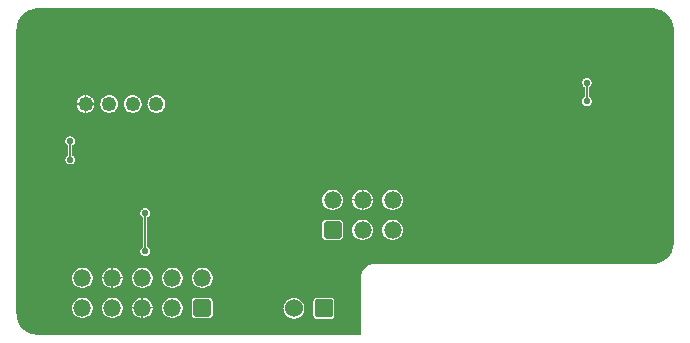
<source format=gbr>
%TF.GenerationSoftware,Altium Limited,Altium Designer,20.1.8 (145)*%
G04 Layer_Physical_Order=4*
G04 Layer_Color=16728128*
%FSLAX45Y45*%
%MOMM*%
%TF.SameCoordinates,FD79255C-762C-4566-ADEE-39C3475191BA*%
%TF.FilePolarity,Positive*%
%TF.FileFunction,Copper,L4,Bot,Signal*%
%TF.Part,Single*%
G01*
G75*
%TA.AperFunction,Conductor*%
%ADD25C,0.12700*%
%TA.AperFunction,ComponentPad*%
%ADD30C,1.50000*%
%ADD31C,1.25000*%
G04:AMPARAMS|DCode=32|XSize=1.5mm|YSize=1.45mm|CornerRadius=0.18125mm|HoleSize=0mm|Usage=FLASHONLY|Rotation=180.000|XOffset=0mm|YOffset=0mm|HoleType=Round|Shape=RoundedRectangle|*
%AMROUNDEDRECTD32*
21,1,1.50000,1.08750,0,0,180.0*
21,1,1.13750,1.45000,0,0,180.0*
1,1,0.36250,-0.56875,0.54375*
1,1,0.36250,0.56875,0.54375*
1,1,0.36250,0.56875,-0.54375*
1,1,0.36250,-0.56875,-0.54375*
%
%ADD32ROUNDEDRECTD32*%
%ADD33O,1.50000X1.45000*%
%TA.AperFunction,ViaPad*%
%ADD34C,3.60000*%
%TA.AperFunction,ComponentPad*%
%ADD35C,1.52400*%
G04:AMPARAMS|DCode=36|XSize=1.524mm|YSize=1.524mm|CornerRadius=0.1905mm|HoleSize=0mm|Usage=FLASHONLY|Rotation=180.000|XOffset=0mm|YOffset=0mm|HoleType=Round|Shape=RoundedRectangle|*
%AMROUNDEDRECTD36*
21,1,1.52400,1.14300,0,0,180.0*
21,1,1.14300,1.52400,0,0,180.0*
1,1,0.38100,-0.57150,0.57150*
1,1,0.38100,0.57150,0.57150*
1,1,0.38100,0.57150,-0.57150*
1,1,0.38100,-0.57150,-0.57150*
%
%ADD36ROUNDEDRECTD36*%
%TA.AperFunction,ViaPad*%
%ADD37C,0.56000*%
G36*
X200000Y2782065D02*
X5400001D01*
Y2782065D01*
X5417460Y2781291D01*
X5431639Y2779424D01*
X5447156Y2775984D01*
X5462315Y2771205D01*
X5476999Y2765122D01*
X5491097Y2757783D01*
X5504502Y2749243D01*
X5517112Y2739567D01*
X5528831Y2728829D01*
X5539569Y2717111D01*
X5549244Y2704501D01*
X5557784Y2691096D01*
X5565123Y2676998D01*
X5571206Y2662313D01*
X5575986Y2647155D01*
X5579426Y2631637D01*
X5581500Y2615879D01*
X5582162Y2600724D01*
X5582067Y2600000D01*
Y800000D01*
X5582162Y799276D01*
X5581500Y784121D01*
X5579426Y768363D01*
X5575986Y752845D01*
X5571206Y737686D01*
X5565123Y723002D01*
X5557784Y708903D01*
X5549244Y695498D01*
X5539568Y682888D01*
X5528830Y671170D01*
X5517112Y660432D01*
X5504502Y650756D01*
X5491097Y642216D01*
X5476998Y634877D01*
X5462314Y628794D01*
X5447155Y624015D01*
X5431638Y620575D01*
X5415879Y618500D01*
X5400725Y617838D01*
X5400000Y617934D01*
X3068580Y617933D01*
X3050800Y617966D01*
X3037592Y617225D01*
X3033595Y616545D01*
X3024550Y615008D01*
X3011838Y611346D01*
X2999617Y606284D01*
X2988038Y599885D01*
X2977250Y592230D01*
X2967386Y583415D01*
X2958571Y573551D01*
X2950916Y562762D01*
X2944517Y551184D01*
X2939454Y538962D01*
X2935792Y526250D01*
X2934255Y517206D01*
X2933575Y513209D01*
X2932834Y500000D01*
X2932867D01*
Y17933D01*
X200000D01*
X199276Y17838D01*
X184121Y18500D01*
X168363Y20574D01*
X152845Y24014D01*
X137686Y28794D01*
X123002Y34876D01*
X108903Y42216D01*
X95498Y50756D01*
X82888Y60432D01*
X71170Y71170D01*
X60432Y82888D01*
X50756Y95498D01*
X42216Y108903D01*
X34876Y123002D01*
X28794Y137686D01*
X24014Y152845D01*
X20574Y168363D01*
X18500Y184121D01*
X17846Y199100D01*
X17934Y199769D01*
X17933Y2600000D01*
X17838Y2600724D01*
X18500Y2615878D01*
X20574Y2631636D01*
X24014Y2647154D01*
X28794Y2662312D01*
X34876Y2676997D01*
X42216Y2691095D01*
X50756Y2704501D01*
X60432Y2717110D01*
X71170Y2728829D01*
X82888Y2739567D01*
X95498Y2749243D01*
X108903Y2757783D01*
X123002Y2765122D01*
X137686Y2771205D01*
X152845Y2775984D01*
X168363Y2779424D01*
X184121Y2781499D01*
X199276Y2782161D01*
X200000Y2782065D01*
D02*
G37*
%LPC*%
G36*
X608990Y2048525D02*
Y1979930D01*
X677585D01*
X677357Y1983417D01*
X675433Y1993085D01*
X672265Y2002419D01*
X667905Y2011261D01*
X662428Y2019457D01*
X655928Y2026868D01*
X648517Y2033368D01*
X640321Y2038845D01*
X631479Y2043205D01*
X622145Y2046373D01*
X612477Y2048297D01*
X608990Y2048525D01*
D02*
G37*
G36*
X596290D02*
X592803Y2048297D01*
X583135Y2046373D01*
X573800Y2043205D01*
X564959Y2038845D01*
X556763Y2033368D01*
X549351Y2026868D01*
X542852Y2019457D01*
X537375Y2011261D01*
X533015Y2002419D01*
X529847Y1993085D01*
X527923Y1983417D01*
X527695Y1979930D01*
X596290D01*
Y2048525D01*
D02*
G37*
G36*
X4847818Y2194817D02*
X4839839Y2194031D01*
X4832167Y2191704D01*
X4825097Y2187925D01*
X4818899Y2182838D01*
X4813813Y2176641D01*
X4810034Y2169570D01*
X4807707Y2161899D01*
X4806921Y2153920D01*
X4807707Y2145941D01*
X4810034Y2138270D01*
X4813813Y2131199D01*
X4818899Y2125002D01*
X4825097Y2119915D01*
X4828603Y2118041D01*
Y2032319D01*
X4825097Y2030445D01*
X4818899Y2025358D01*
X4813813Y2019161D01*
X4810034Y2012090D01*
X4807707Y2004419D01*
X4806921Y1996440D01*
X4807707Y1988461D01*
X4810034Y1980790D01*
X4813813Y1973719D01*
X4818899Y1967522D01*
X4825097Y1962435D01*
X4832167Y1958656D01*
X4839839Y1956329D01*
X4847818Y1955543D01*
X4855796Y1956329D01*
X4863468Y1958656D01*
X4870539Y1962435D01*
X4876736Y1967522D01*
X4881822Y1973719D01*
X4885601Y1980790D01*
X4887929Y1988461D01*
X4888714Y1996440D01*
X4887929Y2004419D01*
X4885601Y2012090D01*
X4881822Y2019161D01*
X4876736Y2025358D01*
X4870539Y2030445D01*
X4867032Y2032319D01*
Y2118041D01*
X4870539Y2119915D01*
X4876736Y2125002D01*
X4881822Y2131199D01*
X4885601Y2138270D01*
X4887929Y2145941D01*
X4888714Y2153920D01*
X4887929Y2161899D01*
X4885601Y2169570D01*
X4881822Y2176641D01*
X4876736Y2182838D01*
X4870539Y2187925D01*
X4863468Y2191704D01*
X4855796Y2194031D01*
X4847818Y2194817D01*
D02*
G37*
G36*
X677585Y1967230D02*
X608990D01*
Y1898635D01*
X612477Y1898863D01*
X622145Y1900787D01*
X631479Y1903955D01*
X640321Y1908315D01*
X648517Y1913792D01*
X655928Y1920292D01*
X662428Y1927703D01*
X667905Y1935899D01*
X672265Y1944741D01*
X675433Y1954075D01*
X677357Y1963743D01*
X677585Y1967230D01*
D02*
G37*
G36*
X596290D02*
X527695D01*
X527923Y1963743D01*
X529847Y1954075D01*
X533015Y1944741D01*
X537375Y1935899D01*
X542852Y1927703D01*
X549351Y1920292D01*
X556763Y1913792D01*
X564959Y1908315D01*
X573800Y1903955D01*
X583135Y1900787D01*
X592803Y1898863D01*
X596290Y1898635D01*
Y1967230D01*
D02*
G37*
G36*
X1202640Y2048941D02*
X1192803Y2048297D01*
X1183135Y2046373D01*
X1173801Y2043205D01*
X1164959Y2038845D01*
X1156763Y2033368D01*
X1149352Y2026868D01*
X1142852Y2019457D01*
X1137375Y2011261D01*
X1133015Y2002419D01*
X1129847Y1993085D01*
X1127923Y1983417D01*
X1127279Y1973580D01*
X1127923Y1963743D01*
X1129847Y1954075D01*
X1133015Y1944741D01*
X1137375Y1935899D01*
X1142852Y1927703D01*
X1149352Y1920292D01*
X1156763Y1913792D01*
X1164959Y1908315D01*
X1173801Y1903955D01*
X1183135Y1900787D01*
X1192803Y1898863D01*
X1202640Y1898219D01*
X1212477Y1898863D01*
X1222145Y1900787D01*
X1231479Y1903955D01*
X1240321Y1908315D01*
X1248517Y1913792D01*
X1255928Y1920292D01*
X1262428Y1927703D01*
X1267905Y1935899D01*
X1272265Y1944741D01*
X1275433Y1954075D01*
X1277357Y1963743D01*
X1278001Y1973580D01*
X1277357Y1983417D01*
X1275433Y1993085D01*
X1272265Y2002419D01*
X1267905Y2011261D01*
X1262428Y2019457D01*
X1255928Y2026868D01*
X1248517Y2033368D01*
X1240321Y2038845D01*
X1231479Y2043205D01*
X1222145Y2046373D01*
X1212477Y2048297D01*
X1202640Y2048941D01*
D02*
G37*
G36*
X1002640D02*
X992803Y2048297D01*
X983135Y2046373D01*
X973800Y2043205D01*
X964959Y2038845D01*
X956763Y2033368D01*
X949351Y2026868D01*
X942852Y2019457D01*
X937375Y2011261D01*
X933015Y2002419D01*
X929847Y1993085D01*
X927923Y1983417D01*
X927279Y1973580D01*
X927923Y1963743D01*
X929847Y1954075D01*
X933015Y1944741D01*
X937375Y1935899D01*
X942852Y1927703D01*
X949351Y1920292D01*
X956763Y1913792D01*
X964959Y1908315D01*
X973800Y1903955D01*
X983135Y1900787D01*
X992803Y1898863D01*
X1002640Y1898219D01*
X1012477Y1898863D01*
X1022145Y1900787D01*
X1031479Y1903955D01*
X1040320Y1908315D01*
X1048517Y1913792D01*
X1055928Y1920292D01*
X1062428Y1927703D01*
X1067905Y1935899D01*
X1072265Y1944741D01*
X1075433Y1954075D01*
X1077356Y1963743D01*
X1078001Y1973580D01*
X1077356Y1983417D01*
X1075433Y1993085D01*
X1072265Y2002419D01*
X1067905Y2011261D01*
X1062428Y2019457D01*
X1055928Y2026868D01*
X1048517Y2033368D01*
X1040320Y2038845D01*
X1031479Y2043205D01*
X1022145Y2046373D01*
X1012477Y2048297D01*
X1002640Y2048941D01*
D02*
G37*
G36*
X802640D02*
X792803Y2048297D01*
X783135Y2046373D01*
X773801Y2043205D01*
X764959Y2038845D01*
X756763Y2033368D01*
X749352Y2026868D01*
X742852Y2019457D01*
X737375Y2011261D01*
X733015Y2002419D01*
X729847Y1993085D01*
X727923Y1983417D01*
X727279Y1973580D01*
X727923Y1963743D01*
X729847Y1954075D01*
X733015Y1944741D01*
X737375Y1935899D01*
X742852Y1927703D01*
X749352Y1920292D01*
X756763Y1913792D01*
X764959Y1908315D01*
X773801Y1903955D01*
X783135Y1900787D01*
X792803Y1898863D01*
X802640Y1898219D01*
X812477Y1898863D01*
X822145Y1900787D01*
X831479Y1903955D01*
X840321Y1908315D01*
X848517Y1913792D01*
X855928Y1920292D01*
X862428Y1927703D01*
X867905Y1935899D01*
X872265Y1944741D01*
X875433Y1954075D01*
X877357Y1963743D01*
X878001Y1973580D01*
X877357Y1983417D01*
X875433Y1993085D01*
X872265Y2002419D01*
X867905Y2011261D01*
X862428Y2019457D01*
X855928Y2026868D01*
X848517Y2033368D01*
X840321Y2038845D01*
X831479Y2043205D01*
X822145Y2046373D01*
X812477Y2048297D01*
X802640Y2048941D01*
D02*
G37*
G36*
X472782Y1699517D02*
X464804Y1698731D01*
X457132Y1696404D01*
X450061Y1692625D01*
X443864Y1687538D01*
X438778Y1681341D01*
X434999Y1674270D01*
X432671Y1666599D01*
X431886Y1658620D01*
X432671Y1650641D01*
X434999Y1642970D01*
X438778Y1635899D01*
X443864Y1629702D01*
X450061Y1624615D01*
X453568Y1622741D01*
Y1537019D01*
X450061Y1535145D01*
X443864Y1530058D01*
X438778Y1523861D01*
X434999Y1516790D01*
X432671Y1509119D01*
X431886Y1501140D01*
X432671Y1493161D01*
X434999Y1485490D01*
X438778Y1478419D01*
X443864Y1472222D01*
X450061Y1467135D01*
X457132Y1463356D01*
X464804Y1461029D01*
X472782Y1460243D01*
X480761Y1461029D01*
X488433Y1463356D01*
X495503Y1467135D01*
X501701Y1472222D01*
X506787Y1478419D01*
X510566Y1485490D01*
X512893Y1493161D01*
X513679Y1501140D01*
X512893Y1509119D01*
X510566Y1516790D01*
X506787Y1523861D01*
X501701Y1530058D01*
X495503Y1535145D01*
X491997Y1537019D01*
Y1622741D01*
X495503Y1624615D01*
X501701Y1629702D01*
X506787Y1635899D01*
X510566Y1642970D01*
X512893Y1650641D01*
X513679Y1658620D01*
X512893Y1666599D01*
X510566Y1674270D01*
X506787Y1681341D01*
X501701Y1687538D01*
X495503Y1692625D01*
X488433Y1696404D01*
X480761Y1698731D01*
X472782Y1699517D01*
D02*
G37*
G36*
X2954149Y1247448D02*
Y1168667D01*
X3035265D01*
X3034951Y1173462D01*
X3032772Y1184416D01*
X3029182Y1194992D01*
X3024242Y1205009D01*
X3018037Y1214295D01*
X3010673Y1222692D01*
X3002276Y1230056D01*
X2992990Y1236261D01*
X2982973Y1241201D01*
X2972397Y1244791D01*
X2961443Y1246970D01*
X2954149Y1247448D01*
D02*
G37*
G36*
X2941449D02*
X2934154Y1246970D01*
X2923200Y1244791D01*
X2912624Y1241201D01*
X2902607Y1236261D01*
X2893321Y1230056D01*
X2884924Y1222692D01*
X2877560Y1214295D01*
X2871355Y1205009D01*
X2866415Y1194992D01*
X2862825Y1184416D01*
X2860647Y1173462D01*
X2860332Y1168667D01*
X2941449D01*
Y1247448D01*
D02*
G37*
G36*
X3035265Y1155967D02*
X2954149D01*
Y1077187D01*
X2961443Y1077665D01*
X2972397Y1079844D01*
X2982973Y1083434D01*
X2992990Y1088373D01*
X3002276Y1094578D01*
X3010673Y1101942D01*
X3018037Y1110339D01*
X3024242Y1119626D01*
X3029182Y1129643D01*
X3032772Y1140218D01*
X3034951Y1151172D01*
X3035265Y1155967D01*
D02*
G37*
G36*
X2941449D02*
X2860332D01*
X2860647Y1151172D01*
X2862825Y1140218D01*
X2866415Y1129643D01*
X2871355Y1119626D01*
X2877560Y1110339D01*
X2884924Y1101942D01*
X2893321Y1094578D01*
X2902607Y1088373D01*
X2912624Y1083434D01*
X2923200Y1079844D01*
X2934154Y1077665D01*
X2941449Y1077187D01*
Y1155967D01*
D02*
G37*
G36*
X3204299Y1247700D02*
X3199299D01*
X3188154Y1246970D01*
X3177200Y1244791D01*
X3166624Y1241201D01*
X3156607Y1236261D01*
X3147321Y1230056D01*
X3138924Y1222692D01*
X3131560Y1214295D01*
X3125355Y1205009D01*
X3120415Y1194992D01*
X3116825Y1184416D01*
X3114647Y1173462D01*
X3113916Y1162317D01*
X3114647Y1151173D01*
X3116825Y1140219D01*
X3120415Y1129643D01*
X3125355Y1119626D01*
X3131560Y1110340D01*
X3138924Y1101943D01*
X3147321Y1094579D01*
X3156607Y1088374D01*
X3166624Y1083434D01*
X3177200Y1079844D01*
X3188154Y1077665D01*
X3199299Y1076935D01*
X3204299D01*
X3215443Y1077665D01*
X3226397Y1079844D01*
X3236973Y1083434D01*
X3246990Y1088374D01*
X3256276Y1094579D01*
X3264673Y1101943D01*
X3272037Y1110340D01*
X3278242Y1119626D01*
X3283182Y1129643D01*
X3286772Y1140219D01*
X3288951Y1151173D01*
X3289682Y1162317D01*
X3288951Y1173462D01*
X3286772Y1184416D01*
X3283182Y1194992D01*
X3278242Y1205009D01*
X3272037Y1214295D01*
X3264673Y1222692D01*
X3256276Y1230056D01*
X3246990Y1236261D01*
X3236973Y1241201D01*
X3226397Y1244791D01*
X3215443Y1246970D01*
X3204299Y1247700D01*
D02*
G37*
G36*
X2696299D02*
X2691299D01*
X2680154Y1246970D01*
X2669200Y1244791D01*
X2658624Y1241201D01*
X2648607Y1236261D01*
X2639321Y1230056D01*
X2630924Y1222692D01*
X2623560Y1214295D01*
X2617355Y1205009D01*
X2612415Y1194992D01*
X2608825Y1184416D01*
X2606647Y1173462D01*
X2605916Y1162317D01*
X2606647Y1151173D01*
X2608825Y1140219D01*
X2612415Y1129643D01*
X2617355Y1119626D01*
X2623560Y1110340D01*
X2630924Y1101943D01*
X2639321Y1094579D01*
X2648607Y1088374D01*
X2658624Y1083434D01*
X2669200Y1079844D01*
X2680154Y1077665D01*
X2691299Y1076935D01*
X2696299D01*
X2707443Y1077665D01*
X2718397Y1079844D01*
X2728973Y1083434D01*
X2738990Y1088374D01*
X2748276Y1094579D01*
X2756673Y1101943D01*
X2764037Y1110340D01*
X2770242Y1119626D01*
X2775182Y1129643D01*
X2778772Y1140219D01*
X2780951Y1151173D01*
X2781682Y1162317D01*
X2780951Y1173462D01*
X2778772Y1184416D01*
X2775182Y1194992D01*
X2770242Y1205009D01*
X2764037Y1214295D01*
X2756673Y1222692D01*
X2748276Y1230056D01*
X2738990Y1236261D01*
X2728973Y1241201D01*
X2718397Y1244791D01*
X2707443Y1246970D01*
X2696299Y1247700D01*
D02*
G37*
G36*
X2750674Y993667D02*
X2636924D01*
X2630881Y993071D01*
X2625071Y991309D01*
X2619716Y988447D01*
X2615022Y984594D01*
X2611170Y979901D01*
X2608308Y974546D01*
X2606545Y968735D01*
X2605950Y962693D01*
Y853942D01*
X2606545Y847900D01*
X2608308Y842089D01*
X2611170Y836734D01*
X2615022Y832041D01*
X2619716Y828188D01*
X2625071Y825326D01*
X2630881Y823564D01*
X2636924Y822968D01*
X2750674D01*
X2756716Y823564D01*
X2762527Y825326D01*
X2767882Y828188D01*
X2772576Y832041D01*
X2776428Y836734D01*
X2779290Y842089D01*
X2781053Y847900D01*
X2781648Y853942D01*
Y962693D01*
X2781053Y968735D01*
X2779290Y974546D01*
X2776428Y979901D01*
X2772576Y984594D01*
X2767882Y988447D01*
X2762527Y991309D01*
X2756716Y993071D01*
X2750674Y993667D01*
D02*
G37*
G36*
X2950299Y993701D02*
X2945299D01*
X2934154Y992970D01*
X2923200Y990791D01*
X2912624Y987201D01*
X2902607Y982261D01*
X2893321Y976056D01*
X2884924Y968693D01*
X2877560Y960296D01*
X2871355Y951009D01*
X2866415Y940992D01*
X2862825Y930416D01*
X2860647Y919462D01*
X2859916Y908318D01*
X2860647Y897173D01*
X2862825Y886219D01*
X2866415Y875643D01*
X2871355Y865626D01*
X2877560Y856340D01*
X2884924Y847943D01*
X2893321Y840579D01*
X2902607Y834374D01*
X2912624Y829434D01*
X2923200Y825844D01*
X2934154Y823665D01*
X2945299Y822935D01*
X2950299D01*
X2961443Y823665D01*
X2972397Y825844D01*
X2982973Y829434D01*
X2992990Y834374D01*
X3002276Y840579D01*
X3010673Y847943D01*
X3018037Y856340D01*
X3024242Y865626D01*
X3029182Y875643D01*
X3032772Y886219D01*
X3034951Y897173D01*
X3035682Y908318D01*
X3034951Y919462D01*
X3032772Y930416D01*
X3029182Y940992D01*
X3024242Y951009D01*
X3018037Y960296D01*
X3010673Y968693D01*
X3002276Y976056D01*
X2992990Y982261D01*
X2982973Y987201D01*
X2972397Y990791D01*
X2961443Y992970D01*
X2950299Y993701D01*
D02*
G37*
G36*
X3204299Y993700D02*
X3199299D01*
X3188154Y992970D01*
X3177200Y990791D01*
X3166624Y987201D01*
X3156607Y982261D01*
X3147321Y976056D01*
X3138924Y968692D01*
X3131560Y960295D01*
X3125355Y951009D01*
X3120415Y940992D01*
X3116825Y930416D01*
X3114647Y919462D01*
X3113916Y908317D01*
X3114647Y897173D01*
X3116825Y886219D01*
X3120415Y875643D01*
X3125355Y865626D01*
X3131560Y856340D01*
X3138924Y847943D01*
X3147321Y840579D01*
X3156607Y834374D01*
X3166624Y829434D01*
X3177200Y825844D01*
X3188154Y823665D01*
X3199299Y822935D01*
X3204299D01*
X3215443Y823665D01*
X3226397Y825844D01*
X3236973Y829434D01*
X3246990Y834374D01*
X3256276Y840579D01*
X3264673Y847943D01*
X3272037Y856340D01*
X3278242Y865626D01*
X3283182Y875643D01*
X3286772Y886219D01*
X3288951Y897173D01*
X3289682Y908317D01*
X3288951Y919462D01*
X3286772Y930416D01*
X3283182Y940992D01*
X3278242Y951009D01*
X3272037Y960295D01*
X3264673Y968692D01*
X3256276Y976056D01*
X3246990Y982261D01*
X3236973Y987201D01*
X3226397Y990791D01*
X3215443Y992970D01*
X3204299Y993700D01*
D02*
G37*
G36*
X1108204Y1090803D02*
X1100226Y1090017D01*
X1092554Y1087690D01*
X1085483Y1083910D01*
X1079286Y1078824D01*
X1074200Y1072627D01*
X1070421Y1065556D01*
X1068093Y1057885D01*
X1067307Y1049906D01*
X1068093Y1041927D01*
X1070421Y1034255D01*
X1074200Y1027185D01*
X1079286Y1020988D01*
X1085483Y1015901D01*
X1088990Y1014027D01*
Y761654D01*
X1085483Y759779D01*
X1079286Y754693D01*
X1074200Y748496D01*
X1070421Y741425D01*
X1068093Y733753D01*
X1067307Y725775D01*
X1068093Y717796D01*
X1070421Y710124D01*
X1074200Y703053D01*
X1079286Y696856D01*
X1085483Y691770D01*
X1092554Y687991D01*
X1100226Y685664D01*
X1108204Y684878D01*
X1116183Y685664D01*
X1123855Y687991D01*
X1130925Y691770D01*
X1137123Y696856D01*
X1142209Y703053D01*
X1145988Y710124D01*
X1148315Y717796D01*
X1149101Y725775D01*
X1148315Y733753D01*
X1145988Y741425D01*
X1142209Y748496D01*
X1137123Y754693D01*
X1130925Y759779D01*
X1127419Y761653D01*
Y1014027D01*
X1130925Y1015901D01*
X1137123Y1020988D01*
X1142209Y1027185D01*
X1145988Y1034255D01*
X1148315Y1041927D01*
X1149101Y1049906D01*
X1148315Y1057885D01*
X1145988Y1065556D01*
X1142209Y1072627D01*
X1137123Y1078824D01*
X1130925Y1083910D01*
X1123855Y1087690D01*
X1116183Y1090017D01*
X1108204Y1090803D01*
D02*
G37*
G36*
X835154Y586590D02*
Y507810D01*
X916271D01*
X915957Y512605D01*
X913778Y523559D01*
X910188Y534135D01*
X905248Y544151D01*
X899043Y553438D01*
X891679Y561835D01*
X883282Y569199D01*
X873996Y575404D01*
X863979Y580344D01*
X853403Y583934D01*
X842449Y586112D01*
X835154Y586590D01*
D02*
G37*
G36*
X822454D02*
X815160Y586112D01*
X804206Y583934D01*
X793630Y580344D01*
X783613Y575404D01*
X774327Y569199D01*
X765930Y561835D01*
X758566Y553438D01*
X752361Y544151D01*
X747421Y534135D01*
X743831Y523559D01*
X741652Y512605D01*
X741338Y507810D01*
X822454D01*
Y586590D01*
D02*
G37*
G36*
X916271Y495110D02*
X835154D01*
Y416330D01*
X842449Y416808D01*
X853403Y418986D01*
X863979Y422576D01*
X873996Y427516D01*
X883282Y433721D01*
X891679Y441085D01*
X899043Y449482D01*
X905248Y458769D01*
X910188Y468785D01*
X913778Y479361D01*
X915957Y490315D01*
X916271Y495110D01*
D02*
G37*
G36*
X822454D02*
X741338D01*
X741652Y490315D01*
X743831Y479361D01*
X747421Y468785D01*
X752361Y458769D01*
X758566Y449482D01*
X765930Y441085D01*
X774327Y433721D01*
X783613Y427516D01*
X793630Y422576D01*
X804206Y418986D01*
X815160Y416808D01*
X822454Y416330D01*
Y495110D01*
D02*
G37*
G36*
X1593304Y586843D02*
X1588304D01*
X1577160Y586112D01*
X1566206Y583934D01*
X1555630Y580344D01*
X1545613Y575404D01*
X1536327Y569199D01*
X1527930Y561835D01*
X1520566Y553438D01*
X1514361Y544151D01*
X1509421Y534135D01*
X1505831Y523559D01*
X1503652Y512605D01*
X1502922Y501460D01*
X1503652Y490315D01*
X1505831Y479361D01*
X1509421Y468785D01*
X1514361Y458769D01*
X1520566Y449482D01*
X1527930Y441085D01*
X1536327Y433721D01*
X1545613Y427516D01*
X1555630Y422576D01*
X1566206Y418986D01*
X1577160Y416808D01*
X1588304Y416077D01*
X1593304D01*
X1604449Y416808D01*
X1615403Y418986D01*
X1625979Y422576D01*
X1635996Y427516D01*
X1645282Y433721D01*
X1653679Y441085D01*
X1661043Y449482D01*
X1667248Y458769D01*
X1672188Y468785D01*
X1675778Y479361D01*
X1677957Y490315D01*
X1678687Y501460D01*
X1677957Y512605D01*
X1675778Y523559D01*
X1672188Y534135D01*
X1667248Y544151D01*
X1661043Y553438D01*
X1653679Y561835D01*
X1645282Y569199D01*
X1635996Y575404D01*
X1625979Y580344D01*
X1615403Y583934D01*
X1604449Y586112D01*
X1593304Y586843D01*
D02*
G37*
G36*
X1339304D02*
X1334304D01*
X1323160Y586112D01*
X1312206Y583934D01*
X1301630Y580344D01*
X1291613Y575404D01*
X1282327Y569199D01*
X1273930Y561835D01*
X1266566Y553438D01*
X1260361Y544151D01*
X1255421Y534135D01*
X1251831Y523559D01*
X1249652Y512605D01*
X1248922Y501460D01*
X1249652Y490315D01*
X1251831Y479361D01*
X1255421Y468785D01*
X1260361Y458769D01*
X1266566Y449482D01*
X1273930Y441085D01*
X1282327Y433721D01*
X1291613Y427516D01*
X1301630Y422576D01*
X1312206Y418986D01*
X1323160Y416808D01*
X1334304Y416077D01*
X1339304D01*
X1350449Y416808D01*
X1361403Y418986D01*
X1371979Y422576D01*
X1381996Y427516D01*
X1391282Y433721D01*
X1399679Y441085D01*
X1407043Y449482D01*
X1413248Y458769D01*
X1418188Y468785D01*
X1421778Y479361D01*
X1423957Y490315D01*
X1424687Y501460D01*
X1423957Y512605D01*
X1421778Y523559D01*
X1418188Y534135D01*
X1413248Y544151D01*
X1407043Y553438D01*
X1399679Y561835D01*
X1391282Y569199D01*
X1381996Y575404D01*
X1371979Y580344D01*
X1361403Y583934D01*
X1350449Y586112D01*
X1339304Y586843D01*
D02*
G37*
G36*
X1085304D02*
X1080304D01*
X1069160Y586112D01*
X1058206Y583934D01*
X1047630Y580344D01*
X1037613Y575404D01*
X1028327Y569199D01*
X1019930Y561835D01*
X1012566Y553438D01*
X1006361Y544151D01*
X1001421Y534135D01*
X997831Y523559D01*
X995652Y512605D01*
X994922Y501460D01*
X995652Y490315D01*
X997831Y479361D01*
X1001421Y468785D01*
X1006361Y458769D01*
X1012566Y449482D01*
X1019930Y441085D01*
X1028327Y433721D01*
X1037613Y427516D01*
X1047630Y422576D01*
X1058206Y418986D01*
X1069160Y416808D01*
X1080304Y416077D01*
X1085304D01*
X1096449Y416808D01*
X1107403Y418986D01*
X1117979Y422576D01*
X1127996Y427516D01*
X1137282Y433721D01*
X1145679Y441085D01*
X1153043Y449482D01*
X1159248Y458769D01*
X1164188Y468785D01*
X1167778Y479361D01*
X1169957Y490315D01*
X1170687Y501460D01*
X1169957Y512605D01*
X1167778Y523559D01*
X1164188Y534135D01*
X1159248Y544151D01*
X1153043Y553438D01*
X1145679Y561835D01*
X1137282Y569199D01*
X1127996Y575404D01*
X1117979Y580344D01*
X1107403Y583934D01*
X1096449Y586112D01*
X1085304Y586843D01*
D02*
G37*
G36*
X577304D02*
X572304D01*
X561160Y586112D01*
X550206Y583934D01*
X539630Y580344D01*
X529613Y575404D01*
X520327Y569199D01*
X511930Y561835D01*
X504566Y553438D01*
X498361Y544151D01*
X493421Y534135D01*
X489831Y523559D01*
X487652Y512605D01*
X486922Y501460D01*
X487652Y490315D01*
X489831Y479361D01*
X493421Y468785D01*
X498361Y458769D01*
X504566Y449482D01*
X511930Y441085D01*
X520327Y433721D01*
X529613Y427516D01*
X539630Y422576D01*
X550206Y418986D01*
X561160Y416808D01*
X572304Y416077D01*
X577304D01*
X588449Y416808D01*
X599403Y418986D01*
X609979Y422576D01*
X619996Y427516D01*
X629282Y433721D01*
X637679Y441085D01*
X645043Y449482D01*
X651248Y458769D01*
X656188Y468785D01*
X659778Y479361D01*
X661957Y490315D01*
X662687Y501460D01*
X661957Y512605D01*
X659778Y523559D01*
X656188Y534135D01*
X651248Y544151D01*
X645043Y553438D01*
X637679Y561835D01*
X629282Y569199D01*
X619996Y575404D01*
X609979Y580344D01*
X599403Y583934D01*
X588449Y586112D01*
X577304Y586843D01*
D02*
G37*
G36*
X1089154Y332590D02*
Y253810D01*
X1170271D01*
X1169957Y258605D01*
X1167778Y269559D01*
X1164188Y280135D01*
X1159248Y290151D01*
X1153043Y299438D01*
X1145679Y307835D01*
X1137282Y315199D01*
X1127996Y321404D01*
X1117979Y326344D01*
X1107403Y329934D01*
X1096449Y332112D01*
X1089154Y332590D01*
D02*
G37*
G36*
X1076454D02*
X1069160Y332112D01*
X1058206Y329934D01*
X1047630Y326344D01*
X1037613Y321404D01*
X1028327Y315199D01*
X1019930Y307835D01*
X1012566Y299438D01*
X1006361Y290151D01*
X1001421Y280135D01*
X997831Y269559D01*
X995652Y258605D01*
X995338Y253810D01*
X1076454D01*
Y332590D01*
D02*
G37*
G36*
X1170271Y241110D02*
X1089154D01*
Y162330D01*
X1096449Y162808D01*
X1107403Y164986D01*
X1117979Y168576D01*
X1127996Y173516D01*
X1137282Y179721D01*
X1145679Y187085D01*
X1153043Y195482D01*
X1159248Y204769D01*
X1164188Y214785D01*
X1167778Y225361D01*
X1169957Y236315D01*
X1170271Y241110D01*
D02*
G37*
G36*
X1076454D02*
X995338D01*
X995652Y236315D01*
X997831Y225361D01*
X1001421Y214785D01*
X1006361Y204769D01*
X1012566Y195482D01*
X1019930Y187085D01*
X1028327Y179721D01*
X1037613Y173516D01*
X1047630Y168576D01*
X1058206Y164986D01*
X1069160Y162808D01*
X1076454Y162330D01*
Y241110D01*
D02*
G37*
G36*
X1647679Y332809D02*
X1533929D01*
X1527887Y332214D01*
X1522076Y330451D01*
X1516721Y327589D01*
X1512027Y323737D01*
X1508175Y319043D01*
X1505313Y313688D01*
X1503550Y307878D01*
X1502955Y301835D01*
Y193085D01*
X1503550Y187042D01*
X1505313Y181232D01*
X1508175Y175877D01*
X1512027Y171183D01*
X1516721Y167331D01*
X1522076Y164469D01*
X1527887Y162706D01*
X1533929Y162111D01*
X1647679D01*
X1653722Y162706D01*
X1659532Y164469D01*
X1664887Y167331D01*
X1669581Y171183D01*
X1673433Y175877D01*
X1676295Y181232D01*
X1678058Y187042D01*
X1678653Y193085D01*
Y301835D01*
X1678058Y307878D01*
X1676295Y313688D01*
X1673433Y319043D01*
X1669581Y323737D01*
X1664887Y327589D01*
X1659532Y330451D01*
X1653722Y332214D01*
X1647679Y332809D01*
D02*
G37*
G36*
X1339304Y332843D02*
X1334304D01*
X1323160Y332112D01*
X1312206Y329934D01*
X1301630Y326344D01*
X1291613Y321404D01*
X1282327Y315199D01*
X1273930Y307835D01*
X1266566Y299438D01*
X1260361Y290151D01*
X1255421Y280135D01*
X1251831Y269559D01*
X1249652Y258605D01*
X1248922Y247460D01*
X1249652Y236315D01*
X1251831Y225361D01*
X1255421Y214785D01*
X1260361Y204769D01*
X1266566Y195482D01*
X1273930Y187085D01*
X1282327Y179721D01*
X1291613Y173516D01*
X1301630Y168576D01*
X1312206Y164986D01*
X1323160Y162808D01*
X1334304Y162077D01*
X1339304D01*
X1350449Y162808D01*
X1361403Y164986D01*
X1371979Y168576D01*
X1381996Y173516D01*
X1391282Y179721D01*
X1399679Y187085D01*
X1407043Y195482D01*
X1413248Y204769D01*
X1418188Y214785D01*
X1421778Y225361D01*
X1423957Y236315D01*
X1424687Y247460D01*
X1423957Y258605D01*
X1421778Y269559D01*
X1418188Y280135D01*
X1413248Y290151D01*
X1407043Y299438D01*
X1399679Y307835D01*
X1391282Y315199D01*
X1381996Y321404D01*
X1371979Y326344D01*
X1361403Y329934D01*
X1350449Y332112D01*
X1339304Y332843D01*
D02*
G37*
G36*
X831304D02*
X826304D01*
X815160Y332112D01*
X804206Y329934D01*
X793630Y326344D01*
X783613Y321404D01*
X774327Y315199D01*
X765930Y307835D01*
X758566Y299438D01*
X752361Y290151D01*
X747421Y280135D01*
X743831Y269559D01*
X741652Y258605D01*
X740922Y247460D01*
X741652Y236315D01*
X743831Y225361D01*
X747421Y214785D01*
X752361Y204769D01*
X758566Y195482D01*
X765930Y187085D01*
X774327Y179721D01*
X783613Y173516D01*
X793630Y168576D01*
X804206Y164986D01*
X815160Y162808D01*
X826304Y162077D01*
X831304D01*
X842449Y162808D01*
X853403Y164986D01*
X863979Y168576D01*
X873996Y173516D01*
X883282Y179721D01*
X891679Y187085D01*
X899043Y195482D01*
X905248Y204769D01*
X910188Y214785D01*
X913778Y225361D01*
X915957Y236315D01*
X916687Y247460D01*
X915957Y258605D01*
X913778Y269559D01*
X910188Y280135D01*
X905248Y290151D01*
X899043Y299438D01*
X891679Y307835D01*
X883282Y315199D01*
X873996Y321404D01*
X863979Y326344D01*
X853403Y329934D01*
X842449Y332112D01*
X831304Y332843D01*
D02*
G37*
G36*
X577304D02*
X572304D01*
X561160Y332112D01*
X550206Y329934D01*
X539630Y326344D01*
X529613Y321404D01*
X520327Y315199D01*
X511930Y307835D01*
X504566Y299438D01*
X498361Y290151D01*
X493421Y280135D01*
X489831Y269559D01*
X487652Y258605D01*
X486922Y247460D01*
X487652Y236315D01*
X489831Y225361D01*
X493421Y214785D01*
X498361Y204769D01*
X504566Y195482D01*
X511930Y187085D01*
X520327Y179721D01*
X529613Y173516D01*
X539630Y168576D01*
X550206Y164986D01*
X561160Y162808D01*
X572304Y162077D01*
X577304D01*
X588449Y162808D01*
X599403Y164986D01*
X609979Y168576D01*
X619996Y173516D01*
X629282Y179721D01*
X637679Y187085D01*
X645043Y195482D01*
X651248Y204769D01*
X656188Y214785D01*
X659778Y225361D01*
X661957Y236315D01*
X662687Y247460D01*
X661957Y258605D01*
X659778Y269559D01*
X656188Y280135D01*
X651248Y290151D01*
X645043Y299438D01*
X637679Y307835D01*
X629282Y315199D01*
X619996Y321404D01*
X609979Y326344D01*
X599403Y329934D01*
X588449Y332112D01*
X577304Y332843D01*
D02*
G37*
G36*
X2678430Y331624D02*
X2564130D01*
X2557906Y331011D01*
X2551921Y329195D01*
X2546406Y326247D01*
X2541571Y322279D01*
X2537603Y317445D01*
X2534655Y311929D01*
X2532839Y305944D01*
X2532227Y299720D01*
Y185420D01*
X2532839Y179196D01*
X2534655Y173211D01*
X2537603Y167695D01*
X2541571Y162861D01*
X2546406Y158893D01*
X2551921Y155945D01*
X2557906Y154129D01*
X2564130Y153516D01*
X2678430D01*
X2684654Y154129D01*
X2690639Y155945D01*
X2696155Y158893D01*
X2700990Y162861D01*
X2704957Y167695D01*
X2707905Y173211D01*
X2709721Y179196D01*
X2710334Y185420D01*
Y299720D01*
X2709721Y305944D01*
X2707905Y311929D01*
X2704957Y317445D01*
X2700990Y322279D01*
X2696155Y326247D01*
X2690639Y329195D01*
X2684654Y331011D01*
X2678430Y331624D01*
D02*
G37*
G36*
X2367280Y331661D02*
X2355652Y330898D01*
X2344222Y328625D01*
X2333187Y324879D01*
X2322735Y319725D01*
X2313045Y313250D01*
X2304284Y305567D01*
X2296600Y296805D01*
X2290125Y287116D01*
X2284971Y276664D01*
X2281225Y265628D01*
X2278952Y254199D01*
X2278189Y242570D01*
X2278952Y230941D01*
X2281225Y219512D01*
X2284971Y208476D01*
X2290125Y198024D01*
X2296600Y188335D01*
X2304284Y179573D01*
X2313045Y171890D01*
X2322735Y165415D01*
X2333187Y160261D01*
X2344222Y156515D01*
X2355652Y154241D01*
X2367280Y153479D01*
X2378909Y154241D01*
X2390339Y156515D01*
X2401374Y160261D01*
X2411826Y165415D01*
X2421515Y171890D01*
X2430277Y179573D01*
X2437961Y188335D01*
X2444435Y198024D01*
X2449589Y208476D01*
X2453335Y219512D01*
X2455609Y230941D01*
X2456371Y242570D01*
X2455609Y254199D01*
X2453335Y265628D01*
X2449589Y276664D01*
X2444435Y287116D01*
X2437961Y296805D01*
X2430277Y305567D01*
X2421515Y313250D01*
X2411826Y319725D01*
X2401374Y324879D01*
X2390339Y328625D01*
X2378909Y330898D01*
X2367280Y331661D01*
D02*
G37*
%LPD*%
D25*
X2054502Y1584900D02*
X2077720Y1562100D01*
X1356250Y1681990D02*
X1363360Y1689100D01*
X3390900Y1158240D02*
X3411534Y1172437D01*
X472782Y1501140D02*
Y1658620D01*
X4847818Y1996440D02*
Y2153920D01*
X1108205Y725775D02*
Y1049906D01*
D30*
X5461000Y1143000D02*
D03*
Y889000D02*
D03*
X127000Y2286000D02*
D03*
Y2032000D02*
D03*
Y508000D02*
D03*
Y762000D02*
D03*
X2921000Y2667000D02*
D03*
X3175000D02*
D03*
X5461000Y2032000D02*
D03*
Y1778000D02*
D03*
D31*
X1202640Y1973580D02*
D03*
X1002640D02*
D03*
X802640D02*
D03*
X602640D02*
D03*
D32*
X1590804Y247460D02*
D03*
X2693799Y908317D02*
D03*
D33*
X1336804Y247460D02*
D03*
X1082804D02*
D03*
X828804D02*
D03*
X574804D02*
D03*
Y501460D02*
D03*
X828804D02*
D03*
X1082804D02*
D03*
X1336804D02*
D03*
X1590804D02*
D03*
X2947799Y908318D02*
D03*
X3201799Y908317D02*
D03*
Y1162317D02*
D03*
X2947799Y1162317D02*
D03*
X2693799Y1162317D02*
D03*
D34*
X200000Y200000D02*
D03*
Y2600000D02*
D03*
X5400000D02*
D03*
D35*
X2367280Y242570D02*
D03*
D36*
X2621280D02*
D03*
D37*
X504029Y1719802D02*
D03*
X577988Y1573833D02*
D03*
X538293Y1480450D02*
D03*
X458354Y1390742D02*
D03*
X2488166Y1108456D02*
D03*
X710878Y2754219D02*
D03*
X2905020Y417584D02*
D03*
Y45780D02*
D03*
X3041334Y1632838D02*
D03*
X2353172Y1309553D02*
D03*
X2488166Y1210176D02*
D03*
X2054502Y1584900D02*
D03*
X1682059Y1582360D02*
D03*
X3368777Y1926439D02*
D03*
X3042124Y1536198D02*
D03*
X3328967Y1813478D02*
D03*
X3103723Y1961598D02*
D03*
X3041334Y1899209D02*
D03*
X382481Y947711D02*
D03*
X393480Y1207075D02*
D03*
X604391Y1241134D02*
D03*
X670723Y1307880D02*
D03*
X841930Y1269749D02*
D03*
X913963Y1064638D02*
D03*
X642602Y1714307D02*
D03*
X1356250Y1681990D02*
D03*
X2357484Y1815642D02*
D03*
X2833639Y889706D02*
D03*
X3411534Y1172437D02*
D03*
X3371317Y1265297D02*
D03*
X3401423Y1383903D02*
D03*
X3307323Y1408773D02*
D03*
X3401423Y1584563D02*
D03*
X3119830Y1242934D02*
D03*
X3357424Y1075149D02*
D03*
X3124041Y992878D02*
D03*
X3130696Y818274D02*
D03*
X3272902D02*
D03*
X3049698Y739880D02*
D03*
X3341203D02*
D03*
X5547360Y1447800D02*
D03*
X675881Y980440D02*
D03*
X398723Y623960D02*
D03*
X510200Y139880D02*
D03*
X1471930D02*
D03*
X894284Y45780D02*
D03*
X965558Y107581D02*
D03*
X3700999Y2593176D02*
D03*
X4986977Y2549702D02*
D03*
X3627020Y2652275D02*
D03*
X2273195Y1924179D02*
D03*
X2273996Y1865231D02*
D03*
X2335416Y1616990D02*
D03*
X2347742Y1711090D02*
D03*
X45780Y1221740D02*
D03*
X2418240Y1517125D02*
D03*
X2714640Y1517758D02*
D03*
Y1638409D02*
D03*
Y1771486D02*
D03*
X2714639Y1904562D02*
D03*
X2418240Y1954000D02*
D03*
X2273117Y1546212D02*
D03*
X3335859Y2439917D02*
D03*
X3260606Y2501104D02*
D03*
X45780Y1652177D02*
D03*
X341335Y1126143D02*
D03*
X334982Y1390957D02*
D03*
X398723Y384785D02*
D03*
X1864040Y618160D02*
D03*
X1162072Y584653D02*
D03*
X1001030Y760202D02*
D03*
X1413980Y616466D02*
D03*
X5486400Y690880D02*
D03*
X472782Y1658620D02*
D03*
Y1501140D02*
D03*
X226683Y1402080D02*
D03*
X2651678Y2125980D02*
D03*
X3368776Y2278169D02*
D03*
X2484120Y2753995D02*
D03*
X3700716Y2418140D02*
D03*
X1757060Y891981D02*
D03*
X1326030Y1345203D02*
D03*
X672088Y1569646D02*
D03*
X942740Y1766456D02*
D03*
X1682059Y1485720D02*
D03*
X1681697Y1876990D02*
D03*
Y1971090D02*
D03*
X1464711Y2236850D02*
D03*
X1633709D02*
D03*
X1549210Y2323574D02*
D03*
X1811679Y2125980D02*
D03*
X1155505Y978645D02*
D03*
X4908881Y2122019D02*
D03*
Y2027919D02*
D03*
X4786754D02*
D03*
X4786973Y2122019D02*
D03*
X4847818Y1996440D02*
D03*
Y2153920D02*
D03*
X4910877Y1680330D02*
D03*
X776930Y1561397D02*
D03*
X1167664Y760186D02*
D03*
X4892877Y2412200D02*
D03*
X2227226Y1264920D02*
D03*
X2139926Y1159316D02*
D03*
X2227226Y1054100D02*
D03*
X2088661Y1286679D02*
D03*
X2053011Y1370499D02*
D03*
X2164861Y1452868D02*
D03*
X5547360Y2275629D02*
D03*
X5462712Y2170994D02*
D03*
X5222277Y2080260D02*
D03*
X5195473Y2177405D02*
D03*
X1501144Y700914D02*
D03*
X1413375Y782983D02*
D03*
X1931692Y226060D02*
D03*
X2104267Y225860D02*
D03*
X1108204Y1049906D02*
D03*
X2853538Y662045D02*
D03*
X4985034Y2371330D02*
D03*
X936030Y1345203D02*
D03*
X2163600Y1988820D02*
D03*
X2761580Y653579D02*
D03*
X2688997Y724360D02*
D03*
X1992492Y336199D02*
D03*
X1864396Y426900D02*
D03*
X2072585D02*
D03*
X757338Y757621D02*
D03*
X1852380Y1286679D02*
D03*
X1928580Y1452880D02*
D03*
X1988820Y1369780D02*
D03*
X1463283Y1524553D02*
D03*
X3368777Y2104509D02*
D03*
X1002345Y1692985D02*
D03*
X1413107Y1776090D02*
D03*
X1458572Y45780D02*
D03*
X2437980Y638660D02*
D03*
Y559020D02*
D03*
X2562860D02*
D03*
Y638660D02*
D03*
X2437980Y717144D02*
D03*
X2562860D02*
D03*
X2500880Y559020D02*
D03*
Y717144D02*
D03*
X841930Y709136D02*
D03*
X1424304Y1616967D02*
D03*
X1108204Y725775D02*
D03*
X3680176Y2104509D02*
D03*
X1148553Y1565478D02*
D03*
X1069216Y1623848D02*
D03*
X1462901Y1859373D02*
D03*
X5089128Y645780D02*
D03*
X4395820D02*
D03*
X3702512D02*
D03*
X3009204D02*
D03*
X3773022Y2318209D02*
D03*
X2054005Y1924179D02*
D03*
X906930Y1561397D02*
D03*
X920920Y970539D02*
D03*
X3680931Y2753995D02*
D03*
X3679482Y2278169D02*
D03*
X4620214Y2753995D02*
D03*
X2169160Y45780D02*
D03*
X1548883Y2753995D02*
D03*
X3523811Y2373519D02*
D03*
%TF.MD5,23c7ddde4b6c045f9a9ee4376fc436b1*%
M02*

</source>
